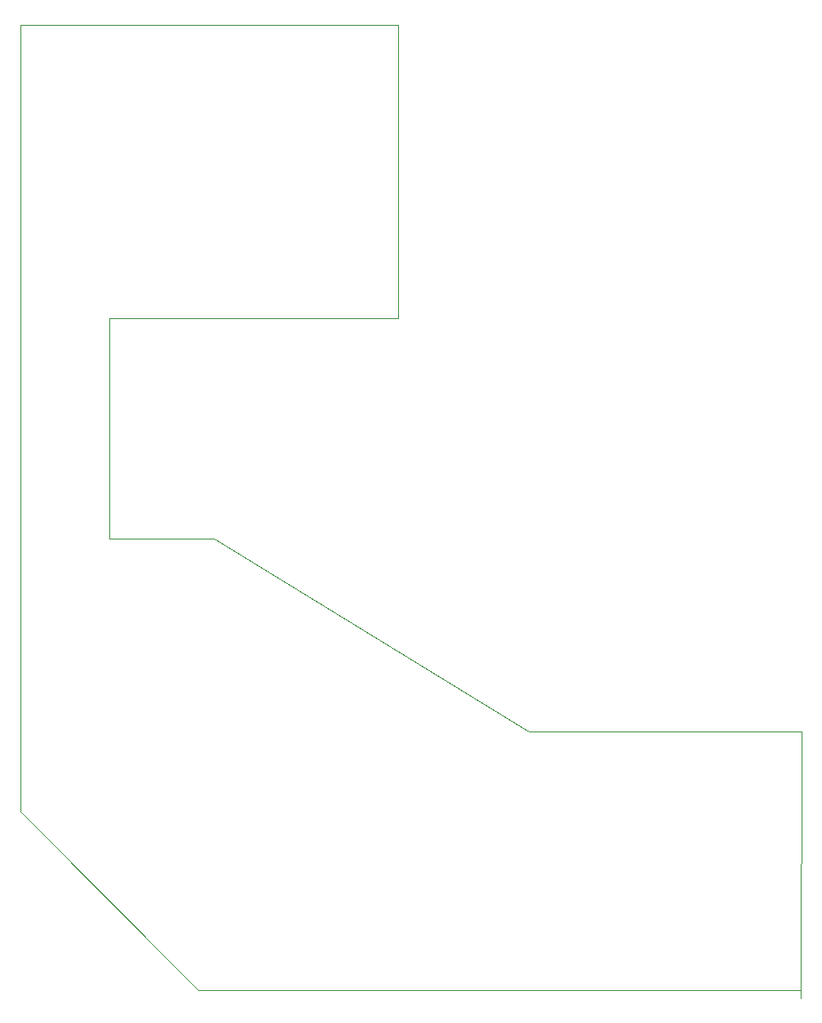
<source format=gm1>
%TF.GenerationSoftware,KiCad,Pcbnew,(6.0.2-0)*%
%TF.CreationDate,2022-05-28T22:41:11-04:00*%
%TF.ProjectId,memory-phone-pcb,6d656d6f-7279-42d7-9068-6f6e652d7063,rev?*%
%TF.SameCoordinates,Original*%
%TF.FileFunction,Profile,NP*%
%FSLAX46Y46*%
G04 Gerber Fmt 4.6, Leading zero omitted, Abs format (unit mm)*
G04 Created by KiCad (PCBNEW (6.0.2-0)) date 2022-05-28 22:41:11*
%MOMM*%
%LPD*%
G01*
G04 APERTURE LIST*
%TA.AperFunction,Profile*%
%ADD10C,0.100000*%
%TD*%
G04 APERTURE END LIST*
D10*
X121900000Y-150740000D02*
X121940000Y-125350000D01*
X83500000Y-58000000D02*
X83500000Y-86000000D01*
X64500000Y-150000000D02*
X96000000Y-150000000D01*
X47500000Y-133000000D02*
X47500000Y-58000000D01*
X121980000Y-125360000D02*
X96000000Y-125360000D01*
X56000000Y-107000000D02*
X66000000Y-107000000D01*
X64500000Y-150000000D02*
X47500000Y-133000000D01*
X66000000Y-107000000D02*
X96000000Y-125360000D01*
X56000000Y-86000000D02*
X83500000Y-86000000D01*
X56000000Y-107000000D02*
X56000000Y-86000000D01*
X96000000Y-150000000D02*
X121900000Y-150000000D01*
X47500000Y-58000000D02*
X83500000Y-58000000D01*
M02*

</source>
